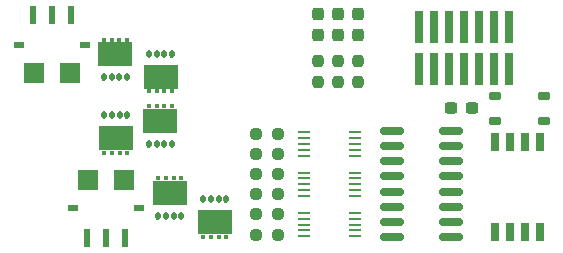
<source format=gbr>
%TF.GenerationSoftware,KiCad,Pcbnew,8.0.6-8.0.6-0~ubuntu22.04.1*%
%TF.CreationDate,2024-11-01T23:26:47+09:00*%
%TF.ProjectId,blmd_hardware,626c6d64-5f68-4617-9264-776172652e6b,rev?*%
%TF.SameCoordinates,Original*%
%TF.FileFunction,Paste,Top*%
%TF.FilePolarity,Positive*%
%FSLAX46Y46*%
G04 Gerber Fmt 4.6, Leading zero omitted, Abs format (unit mm)*
G04 Created by KiCad (PCBNEW 8.0.6-8.0.6-0~ubuntu22.04.1) date 2024-11-01 23:26:47*
%MOMM*%
%LPD*%
G01*
G04 APERTURE LIST*
G04 Aperture macros list*
%AMRoundRect*
0 Rectangle with rounded corners*
0 $1 Rounding radius*
0 $2 $3 $4 $5 $6 $7 $8 $9 X,Y pos of 4 corners*
0 Add a 4 corners polygon primitive as box body*
4,1,4,$2,$3,$4,$5,$6,$7,$8,$9,$2,$3,0*
0 Add four circle primitives for the rounded corners*
1,1,$1+$1,$2,$3*
1,1,$1+$1,$4,$5*
1,1,$1+$1,$6,$7*
1,1,$1+$1,$8,$9*
0 Add four rect primitives between the rounded corners*
20,1,$1+$1,$2,$3,$4,$5,0*
20,1,$1+$1,$4,$5,$6,$7,0*
20,1,$1+$1,$6,$7,$8,$9,0*
20,1,$1+$1,$8,$9,$2,$3,0*%
%AMFreePoly0*
4,1,21,-0.300000,0.107500,-0.291817,0.148638,-0.268514,0.183514,-0.233638,0.206817,-0.192500,0.215000,0.192500,0.215000,0.233638,0.206817,0.268514,0.183514,0.291817,0.148638,0.300000,0.107500,0.300000,-0.107500,0.291817,-0.148638,0.268514,-0.183514,0.233638,-0.206817,0.192500,-0.215000,-0.192500,-0.215000,-0.233638,-0.206817,-0.268514,-0.183514,-0.291817,-0.148638,-0.300000,-0.107500,
-0.300000,0.107500,-0.300000,0.107500,$1*%
G04 Aperture macros list end*
%ADD10RoundRect,0.150000X0.825000X0.150000X-0.825000X0.150000X-0.825000X-0.150000X0.825000X-0.150000X0*%
%ADD11RoundRect,0.237500X0.250000X0.237500X-0.250000X0.237500X-0.250000X-0.237500X0.250000X-0.237500X0*%
%ADD12FreePoly0,270.000000*%
%ADD13RoundRect,0.107500X-0.107500X0.192500X-0.107500X-0.192500X0.107500X-0.192500X0.107500X0.192500X0*%
%ADD14R,0.430000X0.450000*%
%ADD15R,3.000000X2.000000*%
%ADD16R,0.760000X1.600000*%
%ADD17RoundRect,0.237500X0.237500X-0.250000X0.237500X0.250000X-0.237500X0.250000X-0.237500X-0.250000X0*%
%ADD18R,1.100000X0.250000*%
%ADD19R,0.500000X1.600000*%
%ADD20R,0.900000X0.600000*%
%ADD21R,1.800000X1.700000*%
%ADD22RoundRect,0.237500X-0.237500X0.287500X-0.237500X-0.287500X0.237500X-0.287500X0.237500X0.287500X0*%
%ADD23FreePoly0,90.000000*%
%ADD24RoundRect,0.107500X0.107500X-0.192500X0.107500X0.192500X-0.107500X0.192500X-0.107500X-0.192500X0*%
%ADD25RoundRect,0.162500X-0.362500X-0.162500X0.362500X-0.162500X0.362500X0.162500X-0.362500X0.162500X0*%
%ADD26RoundRect,0.237500X0.300000X0.237500X-0.300000X0.237500X-0.300000X-0.237500X0.300000X-0.237500X0*%
%ADD27R,0.660400X2.768600*%
G04 APERTURE END LIST*
D10*
%TO.C,U5*%
X91075000Y-64905000D03*
X91075000Y-63635000D03*
X91075000Y-62365000D03*
X91075000Y-61095000D03*
X86125000Y-61095000D03*
X86125000Y-62365000D03*
X86125000Y-63635000D03*
X86125000Y-64905000D03*
%TD*%
D11*
%TO.C,R6*%
X76412500Y-68200000D03*
X74587500Y-68200000D03*
%TD*%
D12*
%TO.C,Q1*%
X72085000Y-66900000D03*
D13*
X71435000Y-66900000D03*
X70785000Y-66900000D03*
X70135000Y-66900000D03*
D14*
X70135000Y-70075000D03*
X70785000Y-70075000D03*
X71435000Y-70074000D03*
X72085000Y-70075000D03*
D15*
X71110000Y-68849500D03*
%TD*%
D16*
%TO.C,SW2*%
X98605000Y-62090000D03*
X97335000Y-62090000D03*
X96065000Y-62090000D03*
X94795000Y-62090000D03*
X94795000Y-69710000D03*
X96065000Y-69710000D03*
X97335000Y-69710000D03*
X98605000Y-69710000D03*
%TD*%
D11*
%TO.C,R3*%
X76412500Y-69900000D03*
X74587500Y-69900000D03*
%TD*%
D12*
%TO.C,Q3*%
X67485000Y-54600000D03*
D13*
X66835000Y-54600000D03*
X66185000Y-54600000D03*
X65535000Y-54600000D03*
D14*
X65535000Y-57775000D03*
X66185000Y-57775000D03*
X66835000Y-57774000D03*
X67485000Y-57775000D03*
D15*
X66510000Y-56549500D03*
%TD*%
D17*
%TO.C,R21*%
X81500000Y-57012500D03*
X81500000Y-55187500D03*
%TD*%
D18*
%TO.C,U1*%
X78650000Y-68050000D03*
X78650000Y-68550000D03*
X78650000Y-69050000D03*
X78650000Y-69550000D03*
X78650000Y-70050000D03*
X82950000Y-70050000D03*
X82950000Y-69550000D03*
X82950000Y-69050000D03*
X82950000Y-68550000D03*
X82950000Y-68050000D03*
%TD*%
D11*
%TO.C,R7*%
X76412500Y-64800000D03*
X74587500Y-64800000D03*
%TD*%
D19*
%TO.C,U6*%
X60300000Y-70150000D03*
X61900000Y-70150000D03*
X63500000Y-70150000D03*
D20*
X64700000Y-67650000D03*
D21*
X63400000Y-65300000D03*
X60400000Y-65300000D03*
D20*
X59100000Y-67650000D03*
%TD*%
D11*
%TO.C,R8*%
X76412500Y-61400000D03*
X74587500Y-61400000D03*
%TD*%
D22*
%TO.C,D7*%
X81500000Y-51225000D03*
X81500000Y-52975000D03*
%TD*%
D18*
%TO.C,U2*%
X78650000Y-64650000D03*
X78650000Y-65150000D03*
X78650000Y-65650000D03*
X78650000Y-66150000D03*
X78650000Y-66650000D03*
X82950000Y-66650000D03*
X82950000Y-66150000D03*
X82950000Y-65650000D03*
X82950000Y-65150000D03*
X82950000Y-64650000D03*
%TD*%
D23*
%TO.C,Q2*%
X65515000Y-62200000D03*
D24*
X66165000Y-62200000D03*
X66815000Y-62200000D03*
X67465000Y-62200000D03*
D14*
X67465000Y-59025000D03*
X66815000Y-59025000D03*
X66165000Y-59026000D03*
X65515000Y-59025000D03*
D15*
X66490000Y-60250500D03*
%TD*%
D11*
%TO.C,R4*%
X76412500Y-66500000D03*
X74587500Y-66500000D03*
%TD*%
D10*
%TO.C,U4*%
X91075000Y-70105000D03*
X91075000Y-68835000D03*
X91075000Y-67565000D03*
X91075000Y-66295000D03*
X86125000Y-66295000D03*
X86125000Y-67565000D03*
X86125000Y-68835000D03*
X86125000Y-70105000D03*
%TD*%
D12*
%TO.C,Q5*%
X63685000Y-59800000D03*
D13*
X63035000Y-59800000D03*
X62385000Y-59800000D03*
X61735000Y-59800000D03*
D14*
X61735000Y-62975000D03*
X62385000Y-62975000D03*
X63035000Y-62974000D03*
X63685000Y-62975000D03*
D15*
X62710000Y-61749500D03*
%TD*%
D23*
%TO.C,Q4*%
X66315000Y-68300000D03*
D24*
X66965000Y-68300000D03*
X67615000Y-68300000D03*
X68265000Y-68300000D03*
D14*
X68265000Y-65125000D03*
X67615000Y-65125000D03*
X66965000Y-65126000D03*
X66315000Y-65125000D03*
D15*
X67290000Y-66350500D03*
%TD*%
D17*
%TO.C,R22*%
X83200000Y-57012500D03*
X83200000Y-55187500D03*
%TD*%
%TO.C,R20*%
X79800000Y-57012500D03*
X79800000Y-55187500D03*
%TD*%
D22*
%TO.C,D8*%
X83200000Y-51225000D03*
X83200000Y-52975000D03*
%TD*%
D23*
%TO.C,Q6*%
X61715000Y-56600000D03*
D24*
X62365000Y-56600000D03*
X63015000Y-56600000D03*
X63665000Y-56600000D03*
D14*
X63665000Y-53425000D03*
X63015000Y-53425000D03*
X62365000Y-53426000D03*
X61715000Y-53425000D03*
D15*
X62690000Y-54650500D03*
%TD*%
D19*
%TO.C,U7*%
X58900000Y-51350000D03*
X57300000Y-51350000D03*
X55700000Y-51350000D03*
D20*
X54500000Y-53850000D03*
D21*
X55800000Y-56200000D03*
X58800000Y-56200000D03*
D20*
X60100000Y-53850000D03*
%TD*%
D11*
%TO.C,R5*%
X76412500Y-63100000D03*
X74587500Y-63100000D03*
%TD*%
D25*
%TO.C,SW1*%
X94825000Y-58175000D03*
X98975000Y-58175000D03*
X94825000Y-60325000D03*
X98975000Y-60325000D03*
%TD*%
D26*
%TO.C,C12*%
X92862500Y-59200000D03*
X91137500Y-59200000D03*
%TD*%
D27*
%TO.C,J6*%
X96010000Y-52335000D03*
X96010000Y-55865000D03*
X94740000Y-52335000D03*
X94740000Y-55865000D03*
X93470000Y-52335000D03*
X93470000Y-55865000D03*
X92200000Y-52335000D03*
X92200000Y-55865000D03*
X90930000Y-52335000D03*
X90930000Y-55865000D03*
X89660000Y-52335000D03*
X89660000Y-55865000D03*
X88390000Y-52335000D03*
X88390000Y-55865000D03*
%TD*%
D22*
%TO.C,D6*%
X79800000Y-51225000D03*
X79800000Y-52975000D03*
%TD*%
D18*
%TO.C,U3*%
X78650000Y-61250000D03*
X78650000Y-61750000D03*
X78650000Y-62250000D03*
X78650000Y-62750000D03*
X78650000Y-63250000D03*
X82950000Y-63250000D03*
X82950000Y-62750000D03*
X82950000Y-62250000D03*
X82950000Y-61750000D03*
X82950000Y-61250000D03*
%TD*%
M02*

</source>
